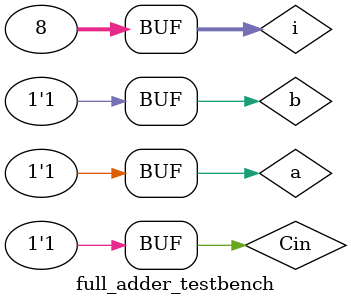
<source format=sv>
`timescale 1ns/10ps
module full_adder(a, b, Cin, Cout, sum);

    input   logic   a, b, Cin;
    output  logic   Cout, sum;

    logic and_cout_0, and_cout_1, xor_sum;

    xor #0.05 p (xor_sum, a, b);
    xor #0.05 sumOut (sum, xor_sum, Cin);
    and #0.05 r (and_cout_0, xor_sum, Cin);
    and #0.05 s (and_cout_1, a, b);
    or #0.05 CoutOut (Cout, and_cout_0, and_cout_1);

endmodule

module full_adder_testbench();
    logic a, b, Cin, Cout, sum;

    full_adder dut (.a, .b, .Cin, .Cout, .sum);

    integer i;

    initial begin
        for(i = 0; i < 8; i++) begin
            a = i[2]; b = i[1]; Cin = i[0]; #1;
        end
    end
endmodule
</source>
